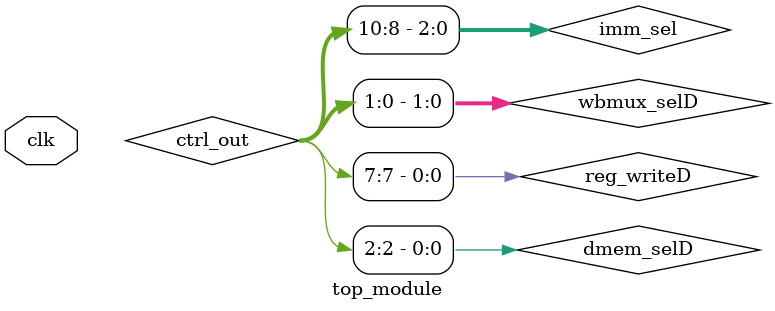
<source format=v>
module top_module(input clk);
// Tin hieu giua cac khoi
wire [31:0] pc_in, pc_out;
wire [31:0] pc_plus4_outD, pc_plus4_outM;
wire [4:0] rs1, rs2, rd, rdE, rdM, rdW;
wire [31:0] rs1D, rs2D, rs1E, rs2E, rs2M;
wire [31:0] instrF, instrD, instrE;
wire [31:0] pcD, pcE, pcM;
wire [31:0] immD, immE;
wire [31:0] alumux1_out, alumux2_out;
wire [31:0] alu_out, dmem_out, wb_out, alu_outM, wb_outW;
//---pipeline add
wire [31:0] branch_target;
wire [31:0] jump_target;
wire miss_predict;
wire jump_sel;
wire bubble;
wire flushw;
wire stall_lw, stall_j;
wire not_update_pc;
// Tin hieu tu khoi control toi cac khoi con lai
wire [2:0] imm_sel;
wire [1:0] branch_dhazardD, branch_dhazardE;
wire reg_writeD, reg_writeE, reg_writeM, reg_writeW;
wire [1:0] opAD, opAE;
wire [1:0] opBD, opBE;
wire [3:0] aluopD, aluopE;
wire dmem_selD, dmem_selE, dmem_selM;
wire [1:0] wbmux_selD, wbmux_selE, wbmux_selM;

// 20bit bus
wire [10:0] ctrl_out;


// Ket noi cac module
// FETCHING SATGE
pc_mux 	PCmux(.out(pc_in), .in0(pc_plus4_outD), .in1(branch_target), 
		.in2(jump_target), .miss_predict(miss_predict), .jmp_sel(jump_sel));

pc 	PC(.in(pc_in), .clk(clk), .not_update_pc(not_update_pc), .out(pc_out));

add_4	ADD4FT(.in(pc_out), .out(pc_plus4_outD));

IMEM	InstrMem(.inst(instrF), .PC(pc_out));

// DECODING STAGE

shiftRegF end_fetching(.instr(instrF),.pc(pc_out),.bubble(bubble),.clear(flushw),.clk(clk),.outIn(instrD),.outPC(pcD));

decoder bigDecoder(.instr(instrD), .stall(stall_lw), .branch_dhazard(branch_dhazardD), .opA(opAD), .opB(opBD), .data_out(ctrl_out));

assign imm_sel = ctrl_out[10:8];
assign reg_writeD = ctrl_out[7];
assign aluopD = ctrl_out[6:3];
assign dmem_selD = ctrl_out[2];
assign wbmux_selD = ctrl_out[1:0];

reg_decoder regDecode(.instr(instrD), .rd(rd), .rs1(rs1), .rs2(rs2));

regfile RegFile(.clk(clk), .reset(), .write(reg_writeW), .wrAddrD(rdW), .rdAddrA(rs1), 
		.rdAddrB(rs2), .wrDataD(wb_outW), .rdDataA(rs1D), .rdDataB(rs2D));

ImmGen	ImmGen(.immSel(imm_sel), .instr(instrD), .imm(immD));

jump_control jumpUnit(.rs1(rs1D), .imm(immD), .pc(pcD), .instr(instrD), 
			.jmp_addr(jump_target), .jmp_sel(jump_sel), .j_stall(stall_j));

stall_handle_unit stallUnit( .stall_lw(stall_lw), .stall_j(stall_j), .clock(clk), .ff_stop_update(bubble), .pc_stop_update(not_update_pc));

// EXECUTING STAGE  

shiftRegD  end_decoding( .instr(instrD), .pc(pcD), .rs1(rs1D), .rs2(rs2D), 
			.imm(immD), .opA(opAD), .opB(opBD), .rd(rd), 
			.ALUsel(aluopD), .WBsel(wbmux_selD), .branch_dhazard(branch_dhazardD), .RegWEn(reg_writeD), 
			.memRW(dmem_selD), .clear(flushw), .clk(clk), .outIn(instrE),
			.outPC(pcE), .outRs1(rs1E), .outALUsel(aluopE),
			.outRs2(rs2E), .outOpA(opAE), .outOpB(opBE), 
			.outWBsel(wbmux_selE), .outBranch_dhazard(branch_dhazardE), .outRegWEn(reg_writeE), 
			.outMemRW(dmem_selE), .outRd(rdE), .outImm(immE)); 

opt_mux	ALUmux1(.op0(rs1E), .op1(pcE), .op2(alu_outM), .op3(wb_outW), .op_sel(opAE), .out(alumux1_out));

opt_mux	ALUmux2(.op0(rs2E), .op1(immE), .op2(alu_outM), .op3(wb_outW), .op_sel(opBE), .out(alumux2_out));

ALU	ALU(.alu_sel(aluopE), .dataA(alumux1_out), .dataB(alumux2_out), .alu_out(alu_out));

branch_unit branch_check( .rs1(rs1E), .rs2(rs2E), .instr(instrE), .address(alu_out), .alu_fb(alu_outM), .branch_dhazard(branch_dhazardE), .clk(clk), .flush(flushw), 
	      .miss_predict(miss_predict), .target(branch_target));

// MEMORY STAGE

shiftRegE end_exEcuting( .alu(alu_out), .pc(pcE), .rs2(rs2E), .rd(rdE), .WBsel(wbmux_selE), 
			.RegWEn(reg_writeE), .memRW(dmem_selE), .clear(), .clk(clk), 
			.outALU(alu_outM), .outPC(pcM), .outRs2(rs2M), .outRd(rdM), 
			.outWBsel(wbmux_selM), .outRegWEn(reg_writeM), .outMemRW(dmem_selM));

DMEM	DataMem(.Addr(alu_outM), .DataW(rs2M), .DataR(dmem_out), .MemRW(dmem_selM), .clk(clk));

add_4	ADD4WB(.in(pcM), .out(pc_plus4_outM));

wbmux	WBMux(.out(wb_out), .in0(dmem_out), .in1(alu_outM), .in2(pc_plus4_outM), .sel(wbmux_selM));


// WRITEBACK STAGE

shiftRegW end_memory( .wb(wb_out), .rd(rdM), .RegWEn(reg_writeM), .clear(), .clk(clk), 
			.outWB(wb_outW), .outRd(rdW), .outRegWEn(reg_writeW));


endmodule 
</source>
